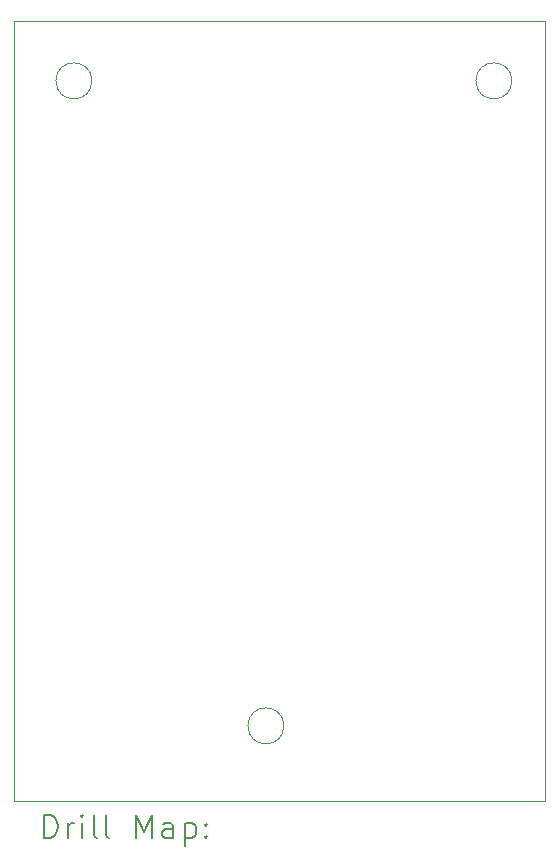
<source format=gbr>
%TF.GenerationSoftware,KiCad,Pcbnew,7.0.6*%
%TF.CreationDate,2025-01-04T15:57:54+10:30*%
%TF.ProjectId,Security System SMPS,53656375-7269-4747-9920-53797374656d,rev?*%
%TF.SameCoordinates,Original*%
%TF.FileFunction,Drillmap*%
%TF.FilePolarity,Positive*%
%FSLAX45Y45*%
G04 Gerber Fmt 4.5, Leading zero omitted, Abs format (unit mm)*
G04 Created by KiCad (PCBNEW 7.0.6) date 2025-01-04 15:57:54*
%MOMM*%
%LPD*%
G01*
G04 APERTURE LIST*
%ADD10C,0.100000*%
%ADD11C,0.200000*%
G04 APERTURE END LIST*
D10*
X10820400Y-6096000D02*
G75*
G03*
X10820400Y-6096000I-152400J0D01*
G01*
X14376400Y-6096000D02*
G75*
G03*
X14376400Y-6096000I-152400J0D01*
G01*
X12446000Y-11557000D02*
G75*
G03*
X12446000Y-11557000I-152400J0D01*
G01*
X10160000Y-5588000D02*
X14655800Y-5588000D01*
X14655800Y-12192000D01*
X10160000Y-12192000D01*
X10160000Y-5588000D01*
D11*
X10415777Y-12508484D02*
X10415777Y-12308484D01*
X10415777Y-12308484D02*
X10463396Y-12308484D01*
X10463396Y-12308484D02*
X10491967Y-12318008D01*
X10491967Y-12318008D02*
X10511015Y-12337055D01*
X10511015Y-12337055D02*
X10520539Y-12356103D01*
X10520539Y-12356103D02*
X10530063Y-12394198D01*
X10530063Y-12394198D02*
X10530063Y-12422769D01*
X10530063Y-12422769D02*
X10520539Y-12460865D01*
X10520539Y-12460865D02*
X10511015Y-12479912D01*
X10511015Y-12479912D02*
X10491967Y-12498960D01*
X10491967Y-12498960D02*
X10463396Y-12508484D01*
X10463396Y-12508484D02*
X10415777Y-12508484D01*
X10615777Y-12508484D02*
X10615777Y-12375150D01*
X10615777Y-12413246D02*
X10625301Y-12394198D01*
X10625301Y-12394198D02*
X10634824Y-12384674D01*
X10634824Y-12384674D02*
X10653872Y-12375150D01*
X10653872Y-12375150D02*
X10672920Y-12375150D01*
X10739586Y-12508484D02*
X10739586Y-12375150D01*
X10739586Y-12308484D02*
X10730063Y-12318008D01*
X10730063Y-12318008D02*
X10739586Y-12327531D01*
X10739586Y-12327531D02*
X10749110Y-12318008D01*
X10749110Y-12318008D02*
X10739586Y-12308484D01*
X10739586Y-12308484D02*
X10739586Y-12327531D01*
X10863396Y-12508484D02*
X10844348Y-12498960D01*
X10844348Y-12498960D02*
X10834824Y-12479912D01*
X10834824Y-12479912D02*
X10834824Y-12308484D01*
X10968158Y-12508484D02*
X10949110Y-12498960D01*
X10949110Y-12498960D02*
X10939586Y-12479912D01*
X10939586Y-12479912D02*
X10939586Y-12308484D01*
X11196729Y-12508484D02*
X11196729Y-12308484D01*
X11196729Y-12308484D02*
X11263396Y-12451341D01*
X11263396Y-12451341D02*
X11330062Y-12308484D01*
X11330062Y-12308484D02*
X11330062Y-12508484D01*
X11511015Y-12508484D02*
X11511015Y-12403722D01*
X11511015Y-12403722D02*
X11501491Y-12384674D01*
X11501491Y-12384674D02*
X11482443Y-12375150D01*
X11482443Y-12375150D02*
X11444348Y-12375150D01*
X11444348Y-12375150D02*
X11425301Y-12384674D01*
X11511015Y-12498960D02*
X11491967Y-12508484D01*
X11491967Y-12508484D02*
X11444348Y-12508484D01*
X11444348Y-12508484D02*
X11425301Y-12498960D01*
X11425301Y-12498960D02*
X11415777Y-12479912D01*
X11415777Y-12479912D02*
X11415777Y-12460865D01*
X11415777Y-12460865D02*
X11425301Y-12441817D01*
X11425301Y-12441817D02*
X11444348Y-12432293D01*
X11444348Y-12432293D02*
X11491967Y-12432293D01*
X11491967Y-12432293D02*
X11511015Y-12422769D01*
X11606253Y-12375150D02*
X11606253Y-12575150D01*
X11606253Y-12384674D02*
X11625301Y-12375150D01*
X11625301Y-12375150D02*
X11663396Y-12375150D01*
X11663396Y-12375150D02*
X11682443Y-12384674D01*
X11682443Y-12384674D02*
X11691967Y-12394198D01*
X11691967Y-12394198D02*
X11701491Y-12413246D01*
X11701491Y-12413246D02*
X11701491Y-12470388D01*
X11701491Y-12470388D02*
X11691967Y-12489436D01*
X11691967Y-12489436D02*
X11682443Y-12498960D01*
X11682443Y-12498960D02*
X11663396Y-12508484D01*
X11663396Y-12508484D02*
X11625301Y-12508484D01*
X11625301Y-12508484D02*
X11606253Y-12498960D01*
X11787205Y-12489436D02*
X11796729Y-12498960D01*
X11796729Y-12498960D02*
X11787205Y-12508484D01*
X11787205Y-12508484D02*
X11777682Y-12498960D01*
X11777682Y-12498960D02*
X11787205Y-12489436D01*
X11787205Y-12489436D02*
X11787205Y-12508484D01*
X11787205Y-12384674D02*
X11796729Y-12394198D01*
X11796729Y-12394198D02*
X11787205Y-12403722D01*
X11787205Y-12403722D02*
X11777682Y-12394198D01*
X11777682Y-12394198D02*
X11787205Y-12384674D01*
X11787205Y-12384674D02*
X11787205Y-12403722D01*
M02*

</source>
